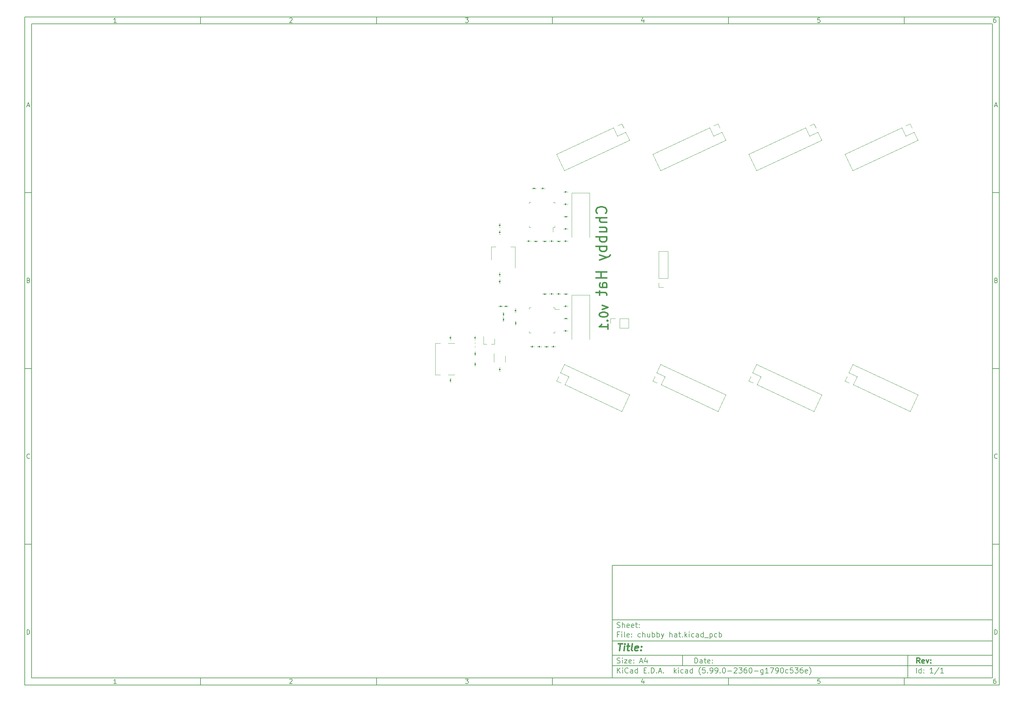
<source format=gbr>
%TF.GenerationSoftware,KiCad,Pcbnew,(5.99.0-2360-g1790c536e)*%
%TF.CreationDate,2020-08-29T16:27:01+02:00*%
%TF.ProjectId,chubby hat,63687562-6279-4206-9861-742e6b696361,rev?*%
%TF.SameCoordinates,Original*%
%TF.FileFunction,Legend,Bot*%
%TF.FilePolarity,Positive*%
%FSLAX46Y46*%
G04 Gerber Fmt 4.6, Leading zero omitted, Abs format (unit mm)*
G04 Created by KiCad (PCBNEW (5.99.0-2360-g1790c536e)) date 2020-08-29 16:27:01*
%MOMM*%
%LPD*%
G01*
G04 APERTURE LIST*
%ADD10C,0.000000*%
%ADD11C,0.150000*%
%ADD12C,0.300000*%
%ADD13C,0.400000*%
%ADD14C,0.450000*%
%ADD15C,0.500000*%
%ADD16C,0.120000*%
%ADD17C,0.100000*%
G04 APERTURE END LIST*
D10*
D11*
X177002200Y-166007200D02*
X177002200Y-198007200D01*
X285002200Y-198007200D01*
X285002200Y-166007200D01*
X177002200Y-166007200D01*
D10*
D11*
X10000000Y-10000000D02*
X10000000Y-200007200D01*
X287002200Y-200007200D01*
X287002200Y-10000000D01*
X10000000Y-10000000D01*
D10*
D11*
X12000000Y-12000000D02*
X12000000Y-198007200D01*
X285002200Y-198007200D01*
X285002200Y-12000000D01*
X12000000Y-12000000D01*
D10*
D11*
X60000000Y-12000000D02*
X60000000Y-10000000D01*
D10*
D11*
X110000000Y-12000000D02*
X110000000Y-10000000D01*
D10*
D11*
X160000000Y-12000000D02*
X160000000Y-10000000D01*
D10*
D11*
X210000000Y-12000000D02*
X210000000Y-10000000D01*
D10*
D11*
X260000000Y-12000000D02*
X260000000Y-10000000D01*
D10*
D11*
X36065476Y-11588095D02*
X35322619Y-11588095D01*
X35694047Y-11588095D02*
X35694047Y-10288095D01*
X35570238Y-10473809D01*
X35446428Y-10597619D01*
X35322619Y-10659523D01*
D10*
D11*
X85322619Y-10411904D02*
X85384523Y-10350000D01*
X85508333Y-10288095D01*
X85817857Y-10288095D01*
X85941666Y-10350000D01*
X86003571Y-10411904D01*
X86065476Y-10535714D01*
X86065476Y-10659523D01*
X86003571Y-10845238D01*
X85260714Y-11588095D01*
X86065476Y-11588095D01*
D10*
D11*
X135260714Y-10288095D02*
X136065476Y-10288095D01*
X135632142Y-10783333D01*
X135817857Y-10783333D01*
X135941666Y-10845238D01*
X136003571Y-10907142D01*
X136065476Y-11030952D01*
X136065476Y-11340476D01*
X136003571Y-11464285D01*
X135941666Y-11526190D01*
X135817857Y-11588095D01*
X135446428Y-11588095D01*
X135322619Y-11526190D01*
X135260714Y-11464285D01*
D10*
D11*
X185941666Y-10721428D02*
X185941666Y-11588095D01*
X185632142Y-10226190D02*
X185322619Y-11154761D01*
X186127380Y-11154761D01*
D10*
D11*
X236003571Y-10288095D02*
X235384523Y-10288095D01*
X235322619Y-10907142D01*
X235384523Y-10845238D01*
X235508333Y-10783333D01*
X235817857Y-10783333D01*
X235941666Y-10845238D01*
X236003571Y-10907142D01*
X236065476Y-11030952D01*
X236065476Y-11340476D01*
X236003571Y-11464285D01*
X235941666Y-11526190D01*
X235817857Y-11588095D01*
X235508333Y-11588095D01*
X235384523Y-11526190D01*
X235322619Y-11464285D01*
D10*
D11*
X285941666Y-10288095D02*
X285694047Y-10288095D01*
X285570238Y-10350000D01*
X285508333Y-10411904D01*
X285384523Y-10597619D01*
X285322619Y-10845238D01*
X285322619Y-11340476D01*
X285384523Y-11464285D01*
X285446428Y-11526190D01*
X285570238Y-11588095D01*
X285817857Y-11588095D01*
X285941666Y-11526190D01*
X286003571Y-11464285D01*
X286065476Y-11340476D01*
X286065476Y-11030952D01*
X286003571Y-10907142D01*
X285941666Y-10845238D01*
X285817857Y-10783333D01*
X285570238Y-10783333D01*
X285446428Y-10845238D01*
X285384523Y-10907142D01*
X285322619Y-11030952D01*
D10*
D11*
X60000000Y-198007200D02*
X60000000Y-200007200D01*
D10*
D11*
X110000000Y-198007200D02*
X110000000Y-200007200D01*
D10*
D11*
X160000000Y-198007200D02*
X160000000Y-200007200D01*
D10*
D11*
X210000000Y-198007200D02*
X210000000Y-200007200D01*
D10*
D11*
X260000000Y-198007200D02*
X260000000Y-200007200D01*
D10*
D11*
X36065476Y-199595295D02*
X35322619Y-199595295D01*
X35694047Y-199595295D02*
X35694047Y-198295295D01*
X35570238Y-198481009D01*
X35446428Y-198604819D01*
X35322619Y-198666723D01*
D10*
D11*
X85322619Y-198419104D02*
X85384523Y-198357200D01*
X85508333Y-198295295D01*
X85817857Y-198295295D01*
X85941666Y-198357200D01*
X86003571Y-198419104D01*
X86065476Y-198542914D01*
X86065476Y-198666723D01*
X86003571Y-198852438D01*
X85260714Y-199595295D01*
X86065476Y-199595295D01*
D10*
D11*
X135260714Y-198295295D02*
X136065476Y-198295295D01*
X135632142Y-198790533D01*
X135817857Y-198790533D01*
X135941666Y-198852438D01*
X136003571Y-198914342D01*
X136065476Y-199038152D01*
X136065476Y-199347676D01*
X136003571Y-199471485D01*
X135941666Y-199533390D01*
X135817857Y-199595295D01*
X135446428Y-199595295D01*
X135322619Y-199533390D01*
X135260714Y-199471485D01*
D10*
D11*
X185941666Y-198728628D02*
X185941666Y-199595295D01*
X185632142Y-198233390D02*
X185322619Y-199161961D01*
X186127380Y-199161961D01*
D10*
D11*
X236003571Y-198295295D02*
X235384523Y-198295295D01*
X235322619Y-198914342D01*
X235384523Y-198852438D01*
X235508333Y-198790533D01*
X235817857Y-198790533D01*
X235941666Y-198852438D01*
X236003571Y-198914342D01*
X236065476Y-199038152D01*
X236065476Y-199347676D01*
X236003571Y-199471485D01*
X235941666Y-199533390D01*
X235817857Y-199595295D01*
X235508333Y-199595295D01*
X235384523Y-199533390D01*
X235322619Y-199471485D01*
D10*
D11*
X285941666Y-198295295D02*
X285694047Y-198295295D01*
X285570238Y-198357200D01*
X285508333Y-198419104D01*
X285384523Y-198604819D01*
X285322619Y-198852438D01*
X285322619Y-199347676D01*
X285384523Y-199471485D01*
X285446428Y-199533390D01*
X285570238Y-199595295D01*
X285817857Y-199595295D01*
X285941666Y-199533390D01*
X286003571Y-199471485D01*
X286065476Y-199347676D01*
X286065476Y-199038152D01*
X286003571Y-198914342D01*
X285941666Y-198852438D01*
X285817857Y-198790533D01*
X285570238Y-198790533D01*
X285446428Y-198852438D01*
X285384523Y-198914342D01*
X285322619Y-199038152D01*
D10*
D11*
X10000000Y-60000000D02*
X12000000Y-60000000D01*
D10*
D11*
X10000000Y-110000000D02*
X12000000Y-110000000D01*
D10*
D11*
X10000000Y-160000000D02*
X12000000Y-160000000D01*
D10*
D11*
X10690476Y-35216666D02*
X11309523Y-35216666D01*
X10566666Y-35588095D02*
X11000000Y-34288095D01*
X11433333Y-35588095D01*
D10*
D11*
X11092857Y-84907142D02*
X11278571Y-84969047D01*
X11340476Y-85030952D01*
X11402380Y-85154761D01*
X11402380Y-85340476D01*
X11340476Y-85464285D01*
X11278571Y-85526190D01*
X11154761Y-85588095D01*
X10659523Y-85588095D01*
X10659523Y-84288095D01*
X11092857Y-84288095D01*
X11216666Y-84350000D01*
X11278571Y-84411904D01*
X11340476Y-84535714D01*
X11340476Y-84659523D01*
X11278571Y-84783333D01*
X11216666Y-84845238D01*
X11092857Y-84907142D01*
X10659523Y-84907142D01*
D10*
D11*
X11402380Y-135464285D02*
X11340476Y-135526190D01*
X11154761Y-135588095D01*
X11030952Y-135588095D01*
X10845238Y-135526190D01*
X10721428Y-135402380D01*
X10659523Y-135278571D01*
X10597619Y-135030952D01*
X10597619Y-134845238D01*
X10659523Y-134597619D01*
X10721428Y-134473809D01*
X10845238Y-134350000D01*
X11030952Y-134288095D01*
X11154761Y-134288095D01*
X11340476Y-134350000D01*
X11402380Y-134411904D01*
D10*
D11*
X10659523Y-185588095D02*
X10659523Y-184288095D01*
X10969047Y-184288095D01*
X11154761Y-184350000D01*
X11278571Y-184473809D01*
X11340476Y-184597619D01*
X11402380Y-184845238D01*
X11402380Y-185030952D01*
X11340476Y-185278571D01*
X11278571Y-185402380D01*
X11154761Y-185526190D01*
X10969047Y-185588095D01*
X10659523Y-185588095D01*
D10*
D11*
X287002200Y-60000000D02*
X285002200Y-60000000D01*
D10*
D11*
X287002200Y-110000000D02*
X285002200Y-110000000D01*
D10*
D11*
X287002200Y-160000000D02*
X285002200Y-160000000D01*
D10*
D11*
X285692676Y-35216666D02*
X286311723Y-35216666D01*
X285568866Y-35588095D02*
X286002200Y-34288095D01*
X286435533Y-35588095D01*
D10*
D11*
X286095057Y-84907142D02*
X286280771Y-84969047D01*
X286342676Y-85030952D01*
X286404580Y-85154761D01*
X286404580Y-85340476D01*
X286342676Y-85464285D01*
X286280771Y-85526190D01*
X286156961Y-85588095D01*
X285661723Y-85588095D01*
X285661723Y-84288095D01*
X286095057Y-84288095D01*
X286218866Y-84350000D01*
X286280771Y-84411904D01*
X286342676Y-84535714D01*
X286342676Y-84659523D01*
X286280771Y-84783333D01*
X286218866Y-84845238D01*
X286095057Y-84907142D01*
X285661723Y-84907142D01*
D10*
D11*
X286404580Y-135464285D02*
X286342676Y-135526190D01*
X286156961Y-135588095D01*
X286033152Y-135588095D01*
X285847438Y-135526190D01*
X285723628Y-135402380D01*
X285661723Y-135278571D01*
X285599819Y-135030952D01*
X285599819Y-134845238D01*
X285661723Y-134597619D01*
X285723628Y-134473809D01*
X285847438Y-134350000D01*
X286033152Y-134288095D01*
X286156961Y-134288095D01*
X286342676Y-134350000D01*
X286404580Y-134411904D01*
D10*
D11*
X285661723Y-185588095D02*
X285661723Y-184288095D01*
X285971247Y-184288095D01*
X286156961Y-184350000D01*
X286280771Y-184473809D01*
X286342676Y-184597619D01*
X286404580Y-184845238D01*
X286404580Y-185030952D01*
X286342676Y-185278571D01*
X286280771Y-185402380D01*
X286156961Y-185526190D01*
X285971247Y-185588095D01*
X285661723Y-185588095D01*
D10*
D11*
X200434342Y-193785771D02*
X200434342Y-192285771D01*
X200791485Y-192285771D01*
X201005771Y-192357200D01*
X201148628Y-192500057D01*
X201220057Y-192642914D01*
X201291485Y-192928628D01*
X201291485Y-193142914D01*
X201220057Y-193428628D01*
X201148628Y-193571485D01*
X201005771Y-193714342D01*
X200791485Y-193785771D01*
X200434342Y-193785771D01*
X202577200Y-193785771D02*
X202577200Y-193000057D01*
X202505771Y-192857200D01*
X202362914Y-192785771D01*
X202077200Y-192785771D01*
X201934342Y-192857200D01*
X202577200Y-193714342D02*
X202434342Y-193785771D01*
X202077200Y-193785771D01*
X201934342Y-193714342D01*
X201862914Y-193571485D01*
X201862914Y-193428628D01*
X201934342Y-193285771D01*
X202077200Y-193214342D01*
X202434342Y-193214342D01*
X202577200Y-193142914D01*
X203077200Y-192785771D02*
X203648628Y-192785771D01*
X203291485Y-192285771D02*
X203291485Y-193571485D01*
X203362914Y-193714342D01*
X203505771Y-193785771D01*
X203648628Y-193785771D01*
X204720057Y-193714342D02*
X204577200Y-193785771D01*
X204291485Y-193785771D01*
X204148628Y-193714342D01*
X204077200Y-193571485D01*
X204077200Y-193000057D01*
X204148628Y-192857200D01*
X204291485Y-192785771D01*
X204577200Y-192785771D01*
X204720057Y-192857200D01*
X204791485Y-193000057D01*
X204791485Y-193142914D01*
X204077200Y-193285771D01*
X205434342Y-193642914D02*
X205505771Y-193714342D01*
X205434342Y-193785771D01*
X205362914Y-193714342D01*
X205434342Y-193642914D01*
X205434342Y-193785771D01*
X205434342Y-192857200D02*
X205505771Y-192928628D01*
X205434342Y-193000057D01*
X205362914Y-192928628D01*
X205434342Y-192857200D01*
X205434342Y-193000057D01*
D10*
D11*
X177002200Y-194507200D02*
X285002200Y-194507200D01*
D10*
D11*
X178434342Y-196585771D02*
X178434342Y-195085771D01*
X179291485Y-196585771D02*
X178648628Y-195728628D01*
X179291485Y-195085771D02*
X178434342Y-195942914D01*
X179934342Y-196585771D02*
X179934342Y-195585771D01*
X179934342Y-195085771D02*
X179862914Y-195157200D01*
X179934342Y-195228628D01*
X180005771Y-195157200D01*
X179934342Y-195085771D01*
X179934342Y-195228628D01*
X181505771Y-196442914D02*
X181434342Y-196514342D01*
X181220057Y-196585771D01*
X181077200Y-196585771D01*
X180862914Y-196514342D01*
X180720057Y-196371485D01*
X180648628Y-196228628D01*
X180577200Y-195942914D01*
X180577200Y-195728628D01*
X180648628Y-195442914D01*
X180720057Y-195300057D01*
X180862914Y-195157200D01*
X181077200Y-195085771D01*
X181220057Y-195085771D01*
X181434342Y-195157200D01*
X181505771Y-195228628D01*
X182791485Y-196585771D02*
X182791485Y-195800057D01*
X182720057Y-195657200D01*
X182577200Y-195585771D01*
X182291485Y-195585771D01*
X182148628Y-195657200D01*
X182791485Y-196514342D02*
X182648628Y-196585771D01*
X182291485Y-196585771D01*
X182148628Y-196514342D01*
X182077200Y-196371485D01*
X182077200Y-196228628D01*
X182148628Y-196085771D01*
X182291485Y-196014342D01*
X182648628Y-196014342D01*
X182791485Y-195942914D01*
X184148628Y-196585771D02*
X184148628Y-195085771D01*
X184148628Y-196514342D02*
X184005771Y-196585771D01*
X183720057Y-196585771D01*
X183577200Y-196514342D01*
X183505771Y-196442914D01*
X183434342Y-196300057D01*
X183434342Y-195871485D01*
X183505771Y-195728628D01*
X183577200Y-195657200D01*
X183720057Y-195585771D01*
X184005771Y-195585771D01*
X184148628Y-195657200D01*
X186005771Y-195800057D02*
X186505771Y-195800057D01*
X186720057Y-196585771D02*
X186005771Y-196585771D01*
X186005771Y-195085771D01*
X186720057Y-195085771D01*
X187362914Y-196442914D02*
X187434342Y-196514342D01*
X187362914Y-196585771D01*
X187291485Y-196514342D01*
X187362914Y-196442914D01*
X187362914Y-196585771D01*
X188077200Y-196585771D02*
X188077200Y-195085771D01*
X188434342Y-195085771D01*
X188648628Y-195157200D01*
X188791485Y-195300057D01*
X188862914Y-195442914D01*
X188934342Y-195728628D01*
X188934342Y-195942914D01*
X188862914Y-196228628D01*
X188791485Y-196371485D01*
X188648628Y-196514342D01*
X188434342Y-196585771D01*
X188077200Y-196585771D01*
X189577200Y-196442914D02*
X189648628Y-196514342D01*
X189577200Y-196585771D01*
X189505771Y-196514342D01*
X189577200Y-196442914D01*
X189577200Y-196585771D01*
X190220057Y-196157200D02*
X190934342Y-196157200D01*
X190077200Y-196585771D02*
X190577200Y-195085771D01*
X191077200Y-196585771D01*
X191577200Y-196442914D02*
X191648628Y-196514342D01*
X191577200Y-196585771D01*
X191505771Y-196514342D01*
X191577200Y-196442914D01*
X191577200Y-196585771D01*
X194577200Y-196585771D02*
X194577200Y-195085771D01*
X194720057Y-196014342D02*
X195148628Y-196585771D01*
X195148628Y-195585771D02*
X194577200Y-196157200D01*
X195791485Y-196585771D02*
X195791485Y-195585771D01*
X195791485Y-195085771D02*
X195720057Y-195157200D01*
X195791485Y-195228628D01*
X195862914Y-195157200D01*
X195791485Y-195085771D01*
X195791485Y-195228628D01*
X197148628Y-196514342D02*
X197005771Y-196585771D01*
X196720057Y-196585771D01*
X196577200Y-196514342D01*
X196505771Y-196442914D01*
X196434342Y-196300057D01*
X196434342Y-195871485D01*
X196505771Y-195728628D01*
X196577200Y-195657200D01*
X196720057Y-195585771D01*
X197005771Y-195585771D01*
X197148628Y-195657200D01*
X198434342Y-196585771D02*
X198434342Y-195800057D01*
X198362914Y-195657200D01*
X198220057Y-195585771D01*
X197934342Y-195585771D01*
X197791485Y-195657200D01*
X198434342Y-196514342D02*
X198291485Y-196585771D01*
X197934342Y-196585771D01*
X197791485Y-196514342D01*
X197720057Y-196371485D01*
X197720057Y-196228628D01*
X197791485Y-196085771D01*
X197934342Y-196014342D01*
X198291485Y-196014342D01*
X198434342Y-195942914D01*
X199791485Y-196585771D02*
X199791485Y-195085771D01*
X199791485Y-196514342D02*
X199648628Y-196585771D01*
X199362914Y-196585771D01*
X199220057Y-196514342D01*
X199148628Y-196442914D01*
X199077200Y-196300057D01*
X199077200Y-195871485D01*
X199148628Y-195728628D01*
X199220057Y-195657200D01*
X199362914Y-195585771D01*
X199648628Y-195585771D01*
X199791485Y-195657200D01*
X202077200Y-197157200D02*
X202005771Y-197085771D01*
X201862914Y-196871485D01*
X201791485Y-196728628D01*
X201720057Y-196514342D01*
X201648628Y-196157200D01*
X201648628Y-195871485D01*
X201720057Y-195514342D01*
X201791485Y-195300057D01*
X201862914Y-195157200D01*
X202005771Y-194942914D01*
X202077200Y-194871485D01*
X203362914Y-195085771D02*
X202648628Y-195085771D01*
X202577200Y-195800057D01*
X202648628Y-195728628D01*
X202791485Y-195657200D01*
X203148628Y-195657200D01*
X203291485Y-195728628D01*
X203362914Y-195800057D01*
X203434342Y-195942914D01*
X203434342Y-196300057D01*
X203362914Y-196442914D01*
X203291485Y-196514342D01*
X203148628Y-196585771D01*
X202791485Y-196585771D01*
X202648628Y-196514342D01*
X202577200Y-196442914D01*
X204077200Y-196442914D02*
X204148628Y-196514342D01*
X204077200Y-196585771D01*
X204005771Y-196514342D01*
X204077200Y-196442914D01*
X204077200Y-196585771D01*
X204862914Y-196585771D02*
X205148628Y-196585771D01*
X205291485Y-196514342D01*
X205362914Y-196442914D01*
X205505771Y-196228628D01*
X205577200Y-195942914D01*
X205577200Y-195371485D01*
X205505771Y-195228628D01*
X205434342Y-195157200D01*
X205291485Y-195085771D01*
X205005771Y-195085771D01*
X204862914Y-195157200D01*
X204791485Y-195228628D01*
X204720057Y-195371485D01*
X204720057Y-195728628D01*
X204791485Y-195871485D01*
X204862914Y-195942914D01*
X205005771Y-196014342D01*
X205291485Y-196014342D01*
X205434342Y-195942914D01*
X205505771Y-195871485D01*
X205577200Y-195728628D01*
X206291485Y-196585771D02*
X206577200Y-196585771D01*
X206720057Y-196514342D01*
X206791485Y-196442914D01*
X206934342Y-196228628D01*
X207005771Y-195942914D01*
X207005771Y-195371485D01*
X206934342Y-195228628D01*
X206862914Y-195157200D01*
X206720057Y-195085771D01*
X206434342Y-195085771D01*
X206291485Y-195157200D01*
X206220057Y-195228628D01*
X206148628Y-195371485D01*
X206148628Y-195728628D01*
X206220057Y-195871485D01*
X206291485Y-195942914D01*
X206434342Y-196014342D01*
X206720057Y-196014342D01*
X206862914Y-195942914D01*
X206934342Y-195871485D01*
X207005771Y-195728628D01*
X207648628Y-196442914D02*
X207720057Y-196514342D01*
X207648628Y-196585771D01*
X207577200Y-196514342D01*
X207648628Y-196442914D01*
X207648628Y-196585771D01*
X208648628Y-195085771D02*
X208791485Y-195085771D01*
X208934342Y-195157200D01*
X209005771Y-195228628D01*
X209077200Y-195371485D01*
X209148628Y-195657200D01*
X209148628Y-196014342D01*
X209077200Y-196300057D01*
X209005771Y-196442914D01*
X208934342Y-196514342D01*
X208791485Y-196585771D01*
X208648628Y-196585771D01*
X208505771Y-196514342D01*
X208434342Y-196442914D01*
X208362914Y-196300057D01*
X208291485Y-196014342D01*
X208291485Y-195657200D01*
X208362914Y-195371485D01*
X208434342Y-195228628D01*
X208505771Y-195157200D01*
X208648628Y-195085771D01*
X209791485Y-196014342D02*
X210934342Y-196014342D01*
X211577200Y-195228628D02*
X211648628Y-195157200D01*
X211791485Y-195085771D01*
X212148628Y-195085771D01*
X212291485Y-195157200D01*
X212362914Y-195228628D01*
X212434342Y-195371485D01*
X212434342Y-195514342D01*
X212362914Y-195728628D01*
X211505771Y-196585771D01*
X212434342Y-196585771D01*
X212934342Y-195085771D02*
X213862914Y-195085771D01*
X213362914Y-195657200D01*
X213577200Y-195657200D01*
X213720057Y-195728628D01*
X213791485Y-195800057D01*
X213862914Y-195942914D01*
X213862914Y-196300057D01*
X213791485Y-196442914D01*
X213720057Y-196514342D01*
X213577200Y-196585771D01*
X213148628Y-196585771D01*
X213005771Y-196514342D01*
X212934342Y-196442914D01*
X215148628Y-195085771D02*
X214862914Y-195085771D01*
X214720057Y-195157200D01*
X214648628Y-195228628D01*
X214505771Y-195442914D01*
X214434342Y-195728628D01*
X214434342Y-196300057D01*
X214505771Y-196442914D01*
X214577200Y-196514342D01*
X214720057Y-196585771D01*
X215005771Y-196585771D01*
X215148628Y-196514342D01*
X215220057Y-196442914D01*
X215291485Y-196300057D01*
X215291485Y-195942914D01*
X215220057Y-195800057D01*
X215148628Y-195728628D01*
X215005771Y-195657200D01*
X214720057Y-195657200D01*
X214577200Y-195728628D01*
X214505771Y-195800057D01*
X214434342Y-195942914D01*
X216220057Y-195085771D02*
X216362914Y-195085771D01*
X216505771Y-195157200D01*
X216577200Y-195228628D01*
X216648628Y-195371485D01*
X216720057Y-195657200D01*
X216720057Y-196014342D01*
X216648628Y-196300057D01*
X216577200Y-196442914D01*
X216505771Y-196514342D01*
X216362914Y-196585771D01*
X216220057Y-196585771D01*
X216077200Y-196514342D01*
X216005771Y-196442914D01*
X215934342Y-196300057D01*
X215862914Y-196014342D01*
X215862914Y-195657200D01*
X215934342Y-195371485D01*
X216005771Y-195228628D01*
X216077200Y-195157200D01*
X216220057Y-195085771D01*
X217362914Y-196014342D02*
X218505771Y-196014342D01*
X219862914Y-195585771D02*
X219862914Y-196800057D01*
X219791485Y-196942914D01*
X219720057Y-197014342D01*
X219577200Y-197085771D01*
X219362914Y-197085771D01*
X219220057Y-197014342D01*
X219862914Y-196514342D02*
X219720057Y-196585771D01*
X219434342Y-196585771D01*
X219291485Y-196514342D01*
X219220057Y-196442914D01*
X219148628Y-196300057D01*
X219148628Y-195871485D01*
X219220057Y-195728628D01*
X219291485Y-195657200D01*
X219434342Y-195585771D01*
X219720057Y-195585771D01*
X219862914Y-195657200D01*
X221362914Y-196585771D02*
X220505771Y-196585771D01*
X220934342Y-196585771D02*
X220934342Y-195085771D01*
X220791485Y-195300057D01*
X220648628Y-195442914D01*
X220505771Y-195514342D01*
X221862914Y-195085771D02*
X222862914Y-195085771D01*
X222220057Y-196585771D01*
X223505771Y-196585771D02*
X223791485Y-196585771D01*
X223934342Y-196514342D01*
X224005771Y-196442914D01*
X224148628Y-196228628D01*
X224220057Y-195942914D01*
X224220057Y-195371485D01*
X224148628Y-195228628D01*
X224077200Y-195157200D01*
X223934342Y-195085771D01*
X223648628Y-195085771D01*
X223505771Y-195157200D01*
X223434342Y-195228628D01*
X223362914Y-195371485D01*
X223362914Y-195728628D01*
X223434342Y-195871485D01*
X223505771Y-195942914D01*
X223648628Y-196014342D01*
X223934342Y-196014342D01*
X224077200Y-195942914D01*
X224148628Y-195871485D01*
X224220057Y-195728628D01*
X225148628Y-195085771D02*
X225291485Y-195085771D01*
X225434342Y-195157200D01*
X225505771Y-195228628D01*
X225577200Y-195371485D01*
X225648628Y-195657200D01*
X225648628Y-196014342D01*
X225577200Y-196300057D01*
X225505771Y-196442914D01*
X225434342Y-196514342D01*
X225291485Y-196585771D01*
X225148628Y-196585771D01*
X225005771Y-196514342D01*
X224934342Y-196442914D01*
X224862914Y-196300057D01*
X224791485Y-196014342D01*
X224791485Y-195657200D01*
X224862914Y-195371485D01*
X224934342Y-195228628D01*
X225005771Y-195157200D01*
X225148628Y-195085771D01*
X226934342Y-196514342D02*
X226791485Y-196585771D01*
X226505771Y-196585771D01*
X226362914Y-196514342D01*
X226291485Y-196442914D01*
X226220057Y-196300057D01*
X226220057Y-195871485D01*
X226291485Y-195728628D01*
X226362914Y-195657200D01*
X226505771Y-195585771D01*
X226791485Y-195585771D01*
X226934342Y-195657200D01*
X228291485Y-195085771D02*
X227577199Y-195085771D01*
X227505771Y-195800057D01*
X227577199Y-195728628D01*
X227720057Y-195657200D01*
X228077199Y-195657200D01*
X228220057Y-195728628D01*
X228291485Y-195800057D01*
X228362914Y-195942914D01*
X228362914Y-196300057D01*
X228291485Y-196442914D01*
X228220057Y-196514342D01*
X228077199Y-196585771D01*
X227720057Y-196585771D01*
X227577199Y-196514342D01*
X227505771Y-196442914D01*
X228862914Y-195085771D02*
X229791485Y-195085771D01*
X229291485Y-195657200D01*
X229505771Y-195657200D01*
X229648628Y-195728628D01*
X229720057Y-195800057D01*
X229791485Y-195942914D01*
X229791485Y-196300057D01*
X229720057Y-196442914D01*
X229648628Y-196514342D01*
X229505771Y-196585771D01*
X229077199Y-196585771D01*
X228934342Y-196514342D01*
X228862914Y-196442914D01*
X231077199Y-195085771D02*
X230791485Y-195085771D01*
X230648628Y-195157200D01*
X230577199Y-195228628D01*
X230434342Y-195442914D01*
X230362914Y-195728628D01*
X230362914Y-196300057D01*
X230434342Y-196442914D01*
X230505771Y-196514342D01*
X230648628Y-196585771D01*
X230934342Y-196585771D01*
X231077199Y-196514342D01*
X231148628Y-196442914D01*
X231220057Y-196300057D01*
X231220057Y-195942914D01*
X231148628Y-195800057D01*
X231077199Y-195728628D01*
X230934342Y-195657200D01*
X230648628Y-195657200D01*
X230505771Y-195728628D01*
X230434342Y-195800057D01*
X230362914Y-195942914D01*
X232434342Y-196514342D02*
X232291485Y-196585771D01*
X232005771Y-196585771D01*
X231862914Y-196514342D01*
X231791485Y-196371485D01*
X231791485Y-195800057D01*
X231862914Y-195657200D01*
X232005771Y-195585771D01*
X232291485Y-195585771D01*
X232434342Y-195657200D01*
X232505771Y-195800057D01*
X232505771Y-195942914D01*
X231791485Y-196085771D01*
X233005771Y-197157200D02*
X233077199Y-197085771D01*
X233220057Y-196871485D01*
X233291485Y-196728628D01*
X233362914Y-196514342D01*
X233434342Y-196157200D01*
X233434342Y-195871485D01*
X233362914Y-195514342D01*
X233291485Y-195300057D01*
X233220057Y-195157200D01*
X233077199Y-194942914D01*
X233005771Y-194871485D01*
D10*
D11*
X177002200Y-191507200D02*
X285002200Y-191507200D01*
D10*
D12*
X264411485Y-193785771D02*
X263911485Y-193071485D01*
X263554342Y-193785771D02*
X263554342Y-192285771D01*
X264125771Y-192285771D01*
X264268628Y-192357200D01*
X264340057Y-192428628D01*
X264411485Y-192571485D01*
X264411485Y-192785771D01*
X264340057Y-192928628D01*
X264268628Y-193000057D01*
X264125771Y-193071485D01*
X263554342Y-193071485D01*
X265625771Y-193714342D02*
X265482914Y-193785771D01*
X265197200Y-193785771D01*
X265054342Y-193714342D01*
X264982914Y-193571485D01*
X264982914Y-193000057D01*
X265054342Y-192857200D01*
X265197200Y-192785771D01*
X265482914Y-192785771D01*
X265625771Y-192857200D01*
X265697200Y-193000057D01*
X265697200Y-193142914D01*
X264982914Y-193285771D01*
X266197200Y-192785771D02*
X266554342Y-193785771D01*
X266911485Y-192785771D01*
X267482914Y-193642914D02*
X267554342Y-193714342D01*
X267482914Y-193785771D01*
X267411485Y-193714342D01*
X267482914Y-193642914D01*
X267482914Y-193785771D01*
X267482914Y-192857200D02*
X267554342Y-192928628D01*
X267482914Y-193000057D01*
X267411485Y-192928628D01*
X267482914Y-192857200D01*
X267482914Y-193000057D01*
D10*
D11*
X178362914Y-193714342D02*
X178577200Y-193785771D01*
X178934342Y-193785771D01*
X179077200Y-193714342D01*
X179148628Y-193642914D01*
X179220057Y-193500057D01*
X179220057Y-193357200D01*
X179148628Y-193214342D01*
X179077200Y-193142914D01*
X178934342Y-193071485D01*
X178648628Y-193000057D01*
X178505771Y-192928628D01*
X178434342Y-192857200D01*
X178362914Y-192714342D01*
X178362914Y-192571485D01*
X178434342Y-192428628D01*
X178505771Y-192357200D01*
X178648628Y-192285771D01*
X179005771Y-192285771D01*
X179220057Y-192357200D01*
X179862914Y-193785771D02*
X179862914Y-192785771D01*
X179862914Y-192285771D02*
X179791485Y-192357200D01*
X179862914Y-192428628D01*
X179934342Y-192357200D01*
X179862914Y-192285771D01*
X179862914Y-192428628D01*
X180434342Y-192785771D02*
X181220057Y-192785771D01*
X180434342Y-193785771D01*
X181220057Y-193785771D01*
X182362914Y-193714342D02*
X182220057Y-193785771D01*
X181934342Y-193785771D01*
X181791485Y-193714342D01*
X181720057Y-193571485D01*
X181720057Y-193000057D01*
X181791485Y-192857200D01*
X181934342Y-192785771D01*
X182220057Y-192785771D01*
X182362914Y-192857200D01*
X182434342Y-193000057D01*
X182434342Y-193142914D01*
X181720057Y-193285771D01*
X183077200Y-193642914D02*
X183148628Y-193714342D01*
X183077200Y-193785771D01*
X183005771Y-193714342D01*
X183077200Y-193642914D01*
X183077200Y-193785771D01*
X183077200Y-192857200D02*
X183148628Y-192928628D01*
X183077200Y-193000057D01*
X183005771Y-192928628D01*
X183077200Y-192857200D01*
X183077200Y-193000057D01*
X184862914Y-193357200D02*
X185577200Y-193357200D01*
X184720057Y-193785771D02*
X185220057Y-192285771D01*
X185720057Y-193785771D01*
X186862914Y-192785771D02*
X186862914Y-193785771D01*
X186505771Y-192214342D02*
X186148628Y-193285771D01*
X187077200Y-193285771D01*
D10*
D11*
X263434342Y-196585771D02*
X263434342Y-195085771D01*
X264791485Y-196585771D02*
X264791485Y-195085771D01*
X264791485Y-196514342D02*
X264648628Y-196585771D01*
X264362914Y-196585771D01*
X264220057Y-196514342D01*
X264148628Y-196442914D01*
X264077200Y-196300057D01*
X264077200Y-195871485D01*
X264148628Y-195728628D01*
X264220057Y-195657200D01*
X264362914Y-195585771D01*
X264648628Y-195585771D01*
X264791485Y-195657200D01*
X265505771Y-196442914D02*
X265577200Y-196514342D01*
X265505771Y-196585771D01*
X265434342Y-196514342D01*
X265505771Y-196442914D01*
X265505771Y-196585771D01*
X265505771Y-195657200D02*
X265577200Y-195728628D01*
X265505771Y-195800057D01*
X265434342Y-195728628D01*
X265505771Y-195657200D01*
X265505771Y-195800057D01*
X268148628Y-196585771D02*
X267291485Y-196585771D01*
X267720057Y-196585771D02*
X267720057Y-195085771D01*
X267577200Y-195300057D01*
X267434342Y-195442914D01*
X267291485Y-195514342D01*
X269862914Y-195014342D02*
X268577200Y-196942914D01*
X271148628Y-196585771D02*
X270291485Y-196585771D01*
X270720057Y-196585771D02*
X270720057Y-195085771D01*
X270577200Y-195300057D01*
X270434342Y-195442914D01*
X270291485Y-195514342D01*
D10*
D11*
X177002200Y-187507200D02*
X285002200Y-187507200D01*
D10*
D13*
X178714580Y-188211961D02*
X179857438Y-188211961D01*
X179036009Y-190211961D02*
X179286009Y-188211961D01*
X180274104Y-190211961D02*
X180440771Y-188878628D01*
X180524104Y-188211961D02*
X180416961Y-188307200D01*
X180500295Y-188402438D01*
X180607438Y-188307200D01*
X180524104Y-188211961D01*
X180500295Y-188402438D01*
X181107438Y-188878628D02*
X181869342Y-188878628D01*
X181476485Y-188211961D02*
X181262200Y-189926247D01*
X181333628Y-190116723D01*
X181512200Y-190211961D01*
X181702676Y-190211961D01*
X182655057Y-190211961D02*
X182476485Y-190116723D01*
X182405057Y-189926247D01*
X182619342Y-188211961D01*
X184190771Y-190116723D02*
X183988390Y-190211961D01*
X183607438Y-190211961D01*
X183428866Y-190116723D01*
X183357438Y-189926247D01*
X183452676Y-189164342D01*
X183571723Y-188973866D01*
X183774104Y-188878628D01*
X184155057Y-188878628D01*
X184333628Y-188973866D01*
X184405057Y-189164342D01*
X184381247Y-189354819D01*
X183405057Y-189545295D01*
X185155057Y-190021485D02*
X185238390Y-190116723D01*
X185131247Y-190211961D01*
X185047914Y-190116723D01*
X185155057Y-190021485D01*
X185131247Y-190211961D01*
X185286009Y-188973866D02*
X185369342Y-189069104D01*
X185262200Y-189164342D01*
X185178866Y-189069104D01*
X185286009Y-188973866D01*
X185262200Y-189164342D01*
D10*
D11*
X178934342Y-185600057D02*
X178434342Y-185600057D01*
X178434342Y-186385771D02*
X178434342Y-184885771D01*
X179148628Y-184885771D01*
X179720057Y-186385771D02*
X179720057Y-185385771D01*
X179720057Y-184885771D02*
X179648628Y-184957200D01*
X179720057Y-185028628D01*
X179791485Y-184957200D01*
X179720057Y-184885771D01*
X179720057Y-185028628D01*
X180648628Y-186385771D02*
X180505771Y-186314342D01*
X180434342Y-186171485D01*
X180434342Y-184885771D01*
X181791485Y-186314342D02*
X181648628Y-186385771D01*
X181362914Y-186385771D01*
X181220057Y-186314342D01*
X181148628Y-186171485D01*
X181148628Y-185600057D01*
X181220057Y-185457200D01*
X181362914Y-185385771D01*
X181648628Y-185385771D01*
X181791485Y-185457200D01*
X181862914Y-185600057D01*
X181862914Y-185742914D01*
X181148628Y-185885771D01*
X182505771Y-186242914D02*
X182577200Y-186314342D01*
X182505771Y-186385771D01*
X182434342Y-186314342D01*
X182505771Y-186242914D01*
X182505771Y-186385771D01*
X182505771Y-185457200D02*
X182577200Y-185528628D01*
X182505771Y-185600057D01*
X182434342Y-185528628D01*
X182505771Y-185457200D01*
X182505771Y-185600057D01*
X185005771Y-186314342D02*
X184862914Y-186385771D01*
X184577200Y-186385771D01*
X184434342Y-186314342D01*
X184362914Y-186242914D01*
X184291485Y-186100057D01*
X184291485Y-185671485D01*
X184362914Y-185528628D01*
X184434342Y-185457200D01*
X184577200Y-185385771D01*
X184862914Y-185385771D01*
X185005771Y-185457200D01*
X185648628Y-186385771D02*
X185648628Y-184885771D01*
X186291485Y-186385771D02*
X186291485Y-185600057D01*
X186220057Y-185457200D01*
X186077200Y-185385771D01*
X185862914Y-185385771D01*
X185720057Y-185457200D01*
X185648628Y-185528628D01*
X187648628Y-185385771D02*
X187648628Y-186385771D01*
X187005771Y-185385771D02*
X187005771Y-186171485D01*
X187077200Y-186314342D01*
X187220057Y-186385771D01*
X187434342Y-186385771D01*
X187577200Y-186314342D01*
X187648628Y-186242914D01*
X188362914Y-186385771D02*
X188362914Y-184885771D01*
X188362914Y-185457200D02*
X188505771Y-185385771D01*
X188791485Y-185385771D01*
X188934342Y-185457200D01*
X189005771Y-185528628D01*
X189077200Y-185671485D01*
X189077200Y-186100057D01*
X189005771Y-186242914D01*
X188934342Y-186314342D01*
X188791485Y-186385771D01*
X188505771Y-186385771D01*
X188362914Y-186314342D01*
X189720057Y-186385771D02*
X189720057Y-184885771D01*
X189720057Y-185457200D02*
X189862914Y-185385771D01*
X190148628Y-185385771D01*
X190291485Y-185457200D01*
X190362914Y-185528628D01*
X190434342Y-185671485D01*
X190434342Y-186100057D01*
X190362914Y-186242914D01*
X190291485Y-186314342D01*
X190148628Y-186385771D01*
X189862914Y-186385771D01*
X189720057Y-186314342D01*
X190934342Y-185385771D02*
X191291485Y-186385771D01*
X191648628Y-185385771D02*
X191291485Y-186385771D01*
X191148628Y-186742914D01*
X191077200Y-186814342D01*
X190934342Y-186885771D01*
X193362914Y-186385771D02*
X193362914Y-184885771D01*
X194005771Y-186385771D02*
X194005771Y-185600057D01*
X193934342Y-185457200D01*
X193791485Y-185385771D01*
X193577200Y-185385771D01*
X193434342Y-185457200D01*
X193362914Y-185528628D01*
X195362914Y-186385771D02*
X195362914Y-185600057D01*
X195291485Y-185457200D01*
X195148628Y-185385771D01*
X194862914Y-185385771D01*
X194720057Y-185457200D01*
X195362914Y-186314342D02*
X195220057Y-186385771D01*
X194862914Y-186385771D01*
X194720057Y-186314342D01*
X194648628Y-186171485D01*
X194648628Y-186028628D01*
X194720057Y-185885771D01*
X194862914Y-185814342D01*
X195220057Y-185814342D01*
X195362914Y-185742914D01*
X195862914Y-185385771D02*
X196434342Y-185385771D01*
X196077200Y-184885771D02*
X196077200Y-186171485D01*
X196148628Y-186314342D01*
X196291485Y-186385771D01*
X196434342Y-186385771D01*
X196934342Y-186242914D02*
X197005771Y-186314342D01*
X196934342Y-186385771D01*
X196862914Y-186314342D01*
X196934342Y-186242914D01*
X196934342Y-186385771D01*
X197648628Y-186385771D02*
X197648628Y-184885771D01*
X197791485Y-185814342D02*
X198220057Y-186385771D01*
X198220057Y-185385771D02*
X197648628Y-185957200D01*
X198862914Y-186385771D02*
X198862914Y-185385771D01*
X198862914Y-184885771D02*
X198791485Y-184957200D01*
X198862914Y-185028628D01*
X198934342Y-184957200D01*
X198862914Y-184885771D01*
X198862914Y-185028628D01*
X200220057Y-186314342D02*
X200077200Y-186385771D01*
X199791485Y-186385771D01*
X199648628Y-186314342D01*
X199577200Y-186242914D01*
X199505771Y-186100057D01*
X199505771Y-185671485D01*
X199577200Y-185528628D01*
X199648628Y-185457200D01*
X199791485Y-185385771D01*
X200077200Y-185385771D01*
X200220057Y-185457200D01*
X201505771Y-186385771D02*
X201505771Y-185600057D01*
X201434342Y-185457200D01*
X201291485Y-185385771D01*
X201005771Y-185385771D01*
X200862914Y-185457200D01*
X201505771Y-186314342D02*
X201362914Y-186385771D01*
X201005771Y-186385771D01*
X200862914Y-186314342D01*
X200791485Y-186171485D01*
X200791485Y-186028628D01*
X200862914Y-185885771D01*
X201005771Y-185814342D01*
X201362914Y-185814342D01*
X201505771Y-185742914D01*
X202862914Y-186385771D02*
X202862914Y-184885771D01*
X202862914Y-186314342D02*
X202720057Y-186385771D01*
X202434342Y-186385771D01*
X202291485Y-186314342D01*
X202220057Y-186242914D01*
X202148628Y-186100057D01*
X202148628Y-185671485D01*
X202220057Y-185528628D01*
X202291485Y-185457200D01*
X202434342Y-185385771D01*
X202720057Y-185385771D01*
X202862914Y-185457200D01*
X203220057Y-186528628D02*
X204362914Y-186528628D01*
X204720057Y-185385771D02*
X204720057Y-186885771D01*
X204720057Y-185457200D02*
X204862914Y-185385771D01*
X205148628Y-185385771D01*
X205291485Y-185457200D01*
X205362914Y-185528628D01*
X205434342Y-185671485D01*
X205434342Y-186100057D01*
X205362914Y-186242914D01*
X205291485Y-186314342D01*
X205148628Y-186385771D01*
X204862914Y-186385771D01*
X204720057Y-186314342D01*
X206720057Y-186314342D02*
X206577200Y-186385771D01*
X206291485Y-186385771D01*
X206148628Y-186314342D01*
X206077200Y-186242914D01*
X206005771Y-186100057D01*
X206005771Y-185671485D01*
X206077200Y-185528628D01*
X206148628Y-185457200D01*
X206291485Y-185385771D01*
X206577200Y-185385771D01*
X206720057Y-185457200D01*
X207362914Y-186385771D02*
X207362914Y-184885771D01*
X207362914Y-185457200D02*
X207505771Y-185385771D01*
X207791485Y-185385771D01*
X207934342Y-185457200D01*
X208005771Y-185528628D01*
X208077200Y-185671485D01*
X208077200Y-186100057D01*
X208005771Y-186242914D01*
X207934342Y-186314342D01*
X207791485Y-186385771D01*
X207505771Y-186385771D01*
X207362914Y-186314342D01*
D10*
D11*
X177002200Y-181507200D02*
X285002200Y-181507200D01*
D10*
D11*
X178362914Y-183614342D02*
X178577200Y-183685771D01*
X178934342Y-183685771D01*
X179077200Y-183614342D01*
X179148628Y-183542914D01*
X179220057Y-183400057D01*
X179220057Y-183257200D01*
X179148628Y-183114342D01*
X179077200Y-183042914D01*
X178934342Y-182971485D01*
X178648628Y-182900057D01*
X178505771Y-182828628D01*
X178434342Y-182757200D01*
X178362914Y-182614342D01*
X178362914Y-182471485D01*
X178434342Y-182328628D01*
X178505771Y-182257200D01*
X178648628Y-182185771D01*
X179005771Y-182185771D01*
X179220057Y-182257200D01*
X179862914Y-183685771D02*
X179862914Y-182185771D01*
X180505771Y-183685771D02*
X180505771Y-182900057D01*
X180434342Y-182757200D01*
X180291485Y-182685771D01*
X180077200Y-182685771D01*
X179934342Y-182757200D01*
X179862914Y-182828628D01*
X181791485Y-183614342D02*
X181648628Y-183685771D01*
X181362914Y-183685771D01*
X181220057Y-183614342D01*
X181148628Y-183471485D01*
X181148628Y-182900057D01*
X181220057Y-182757200D01*
X181362914Y-182685771D01*
X181648628Y-182685771D01*
X181791485Y-182757200D01*
X181862914Y-182900057D01*
X181862914Y-183042914D01*
X181148628Y-183185771D01*
X183077200Y-183614342D02*
X182934342Y-183685771D01*
X182648628Y-183685771D01*
X182505771Y-183614342D01*
X182434342Y-183471485D01*
X182434342Y-182900057D01*
X182505771Y-182757200D01*
X182648628Y-182685771D01*
X182934342Y-182685771D01*
X183077200Y-182757200D01*
X183148628Y-182900057D01*
X183148628Y-183042914D01*
X182434342Y-183185771D01*
X183577200Y-182685771D02*
X184148628Y-182685771D01*
X183791485Y-182185771D02*
X183791485Y-183471485D01*
X183862914Y-183614342D01*
X184005771Y-183685771D01*
X184148628Y-183685771D01*
X184648628Y-183542914D02*
X184720057Y-183614342D01*
X184648628Y-183685771D01*
X184577200Y-183614342D01*
X184648628Y-183542914D01*
X184648628Y-183685771D01*
X184648628Y-182757200D02*
X184720057Y-182828628D01*
X184648628Y-182900057D01*
X184577200Y-182828628D01*
X184648628Y-182757200D01*
X184648628Y-182900057D01*
D10*
D12*
D10*
D11*
D10*
D11*
D10*
D11*
D10*
D11*
D10*
D11*
X197002200Y-191507200D02*
X197002200Y-194507200D01*
D10*
D11*
X261002200Y-191507200D02*
X261002200Y-198007200D01*
D14*
X175071428Y-65794285D02*
X175214285Y-65651428D01*
X175357142Y-65222857D01*
X175357142Y-64937142D01*
X175214285Y-64508571D01*
X174928571Y-64222857D01*
X174642857Y-64080000D01*
X174071428Y-63937142D01*
X173642857Y-63937142D01*
X173071428Y-64080000D01*
X172785714Y-64222857D01*
X172500000Y-64508571D01*
X172357142Y-64937142D01*
X172357142Y-65222857D01*
X172500000Y-65651428D01*
X172642857Y-65794285D01*
X175357142Y-67080000D02*
X172357142Y-67080000D01*
X175357142Y-68365714D02*
X173785714Y-68365714D01*
X173500000Y-68222857D01*
X173357142Y-67937142D01*
X173357142Y-67508571D01*
X173500000Y-67222857D01*
X173642857Y-67080000D01*
X173357142Y-71080000D02*
X175357142Y-71080000D01*
X173357142Y-69794285D02*
X174928571Y-69794285D01*
X175214285Y-69937142D01*
X175357142Y-70222857D01*
X175357142Y-70651428D01*
X175214285Y-70937142D01*
X175071428Y-71080000D01*
X175357142Y-72508571D02*
X172357142Y-72508571D01*
X173500000Y-72508571D02*
X173357142Y-72794285D01*
X173357142Y-73365714D01*
X173500000Y-73651428D01*
X173642857Y-73794285D01*
X173928571Y-73937142D01*
X174785714Y-73937142D01*
X175071428Y-73794285D01*
X175214285Y-73651428D01*
X175357142Y-73365714D01*
X175357142Y-72794285D01*
X175214285Y-72508571D01*
X175357142Y-75222857D02*
X172357142Y-75222857D01*
X173500000Y-75222857D02*
X173357142Y-75508571D01*
X173357142Y-76080000D01*
X173500000Y-76365714D01*
X173642857Y-76508571D01*
X173928571Y-76651428D01*
X174785714Y-76651428D01*
X175071428Y-76508571D01*
X175214285Y-76365714D01*
X175357142Y-76080000D01*
X175357142Y-75508571D01*
X175214285Y-75222857D01*
X173357142Y-77651428D02*
X175357142Y-78365714D01*
X173357142Y-79080000D02*
X175357142Y-78365714D01*
X176071428Y-78080000D01*
X176214285Y-77937142D01*
X176357142Y-77651428D01*
X175357142Y-82508571D02*
X172357142Y-82508571D01*
X173785714Y-82508571D02*
X173785714Y-84222857D01*
X175357142Y-84222857D02*
X172357142Y-84222857D01*
X175357142Y-86937142D02*
X173785714Y-86937142D01*
X173500000Y-86794285D01*
X173357142Y-86508571D01*
X173357142Y-85937142D01*
X173500000Y-85651428D01*
X175214285Y-86937142D02*
X175357142Y-86651428D01*
X175357142Y-85937142D01*
X175214285Y-85651428D01*
X174928571Y-85508571D01*
X174642857Y-85508571D01*
X174357142Y-85651428D01*
X174214285Y-85937142D01*
X174214285Y-86651428D01*
X174071428Y-86937142D01*
X173357142Y-87937142D02*
X173357142Y-89080000D01*
X172357142Y-88365714D02*
X174928571Y-88365714D01*
X175214285Y-88508571D01*
X175357142Y-88794285D01*
X175357142Y-89080000D01*
X174085714Y-91994285D02*
X175685714Y-92565714D01*
X174085714Y-93137142D01*
X173285714Y-94508571D02*
X173285714Y-94737142D01*
X173400000Y-94965714D01*
X173514285Y-95080000D01*
X173742857Y-95194285D01*
X174200000Y-95308571D01*
X174771428Y-95308571D01*
X175228571Y-95194285D01*
X175457142Y-95080000D01*
X175571428Y-94965714D01*
X175685714Y-94737142D01*
X175685714Y-94508571D01*
X175571428Y-94280000D01*
X175457142Y-94165714D01*
X175228571Y-94051428D01*
X174771428Y-93937142D01*
X174200000Y-93937142D01*
X173742857Y-94051428D01*
X173514285Y-94165714D01*
X173400000Y-94280000D01*
X173285714Y-94508571D01*
X175457142Y-96337142D02*
X175571428Y-96451428D01*
X175685714Y-96337142D01*
X175571428Y-96222857D01*
X175457142Y-96337142D01*
X175685714Y-96337142D01*
X175685714Y-98737142D02*
X175685714Y-97365714D01*
X175685714Y-98051428D02*
X173285714Y-98051428D01*
X173628571Y-97822857D01*
X173857142Y-97594285D01*
X173971428Y-97365714D01*
D15*
%TO.C,C24*%
X163750001Y-59780000D02*
G75*
G03*
X163750001Y-59780000I-1J0D01*
G01*
D16*
X164260000Y-59617221D02*
X164260000Y-59942779D01*
X163240000Y-59617221D02*
X163240000Y-59942779D01*
%TO.C,R15*%
G36*
X158004000Y-88907000D02*
G01*
X157496000Y-88907000D01*
X157496000Y-88653000D01*
X158004000Y-88653000D01*
X158004000Y-88907000D01*
G37*
D17*
X158004000Y-88907000D02*
X157496000Y-88907000D01*
X157496000Y-88653000D01*
X158004000Y-88653000D01*
X158004000Y-88907000D01*
D16*
X157240000Y-88942779D02*
X157240000Y-88617221D01*
X158260000Y-88942779D02*
X158260000Y-88617221D01*
D15*
%TO.C,C23*%
X159750001Y-88780000D02*
G75*
G03*
X159750001Y-88780000I-1J0D01*
G01*
D16*
X160260000Y-88617221D02*
X160260000Y-88942779D01*
X159240000Y-88617221D02*
X159240000Y-88942779D01*
%TO.C,R20*%
G36*
X155004000Y-58907000D02*
G01*
X154496000Y-58907000D01*
X154496000Y-58653000D01*
X155004000Y-58653000D01*
X155004000Y-58907000D01*
G37*
D17*
X155004000Y-58907000D02*
X154496000Y-58907000D01*
X154496000Y-58653000D01*
X155004000Y-58653000D01*
X155004000Y-58907000D01*
D16*
X155260000Y-58617221D02*
X155260000Y-58942779D01*
X154240000Y-58617221D02*
X154240000Y-58942779D01*
%TO.C,R19*%
G36*
X155504000Y-73907000D02*
G01*
X154996000Y-73907000D01*
X154996000Y-73653000D01*
X155504000Y-73653000D01*
X155504000Y-73907000D01*
G37*
D17*
X155504000Y-73907000D02*
X154996000Y-73907000D01*
X154996000Y-73653000D01*
X155504000Y-73653000D01*
X155504000Y-73907000D01*
D16*
X154740000Y-73942779D02*
X154740000Y-73617221D01*
X155760000Y-73942779D02*
X155760000Y-73617221D01*
%TO.C,U4*%
X149410000Y-81380000D02*
X149410000Y-75370000D01*
X142590000Y-79130000D02*
X142590000Y-75370000D01*
X149410000Y-75370000D02*
X148150000Y-75370000D01*
X142590000Y-75370000D02*
X143850000Y-75370000D01*
%TO.C,U3*%
X153840000Y-99890000D02*
X153390000Y-99890000D01*
X153390000Y-99890000D02*
X153390000Y-99440000D01*
X160160000Y-99890000D02*
X160610000Y-99890000D01*
X160610000Y-99890000D02*
X160610000Y-99440000D01*
X153840000Y-92670000D02*
X153390000Y-92670000D01*
X153390000Y-92670000D02*
X153390000Y-93120000D01*
X160160000Y-92670000D02*
X160610000Y-92670000D01*
X160610000Y-92670000D02*
X160610000Y-93120000D01*
X160610000Y-93120000D02*
X161900000Y-93120000D01*
D15*
%TO.C,C20*%
X159750001Y-73780000D02*
G75*
G03*
X159750001Y-73780000I-1J0D01*
G01*
D16*
X159240000Y-73942779D02*
X159240000Y-73617221D01*
X160260000Y-73942779D02*
X160260000Y-73617221D01*
%TO.C,FB1*%
X138162779Y-103790000D02*
X137837221Y-103790000D01*
X138162779Y-102770000D02*
X137837221Y-102770000D01*
%TO.C,R18*%
G36*
X162004000Y-73907000D02*
G01*
X161496000Y-73907000D01*
X161496000Y-73653000D01*
X162004000Y-73653000D01*
X162004000Y-73907000D01*
G37*
D17*
X162004000Y-73907000D02*
X161496000Y-73907000D01*
X161496000Y-73653000D01*
X162004000Y-73653000D01*
X162004000Y-73907000D01*
D16*
X162260000Y-73617221D02*
X162260000Y-73942779D01*
X161240000Y-73617221D02*
X161240000Y-73942779D01*
%TO.C,R17*%
X164260000Y-88942779D02*
X164260000Y-88617221D01*
X163240000Y-88942779D02*
X163240000Y-88617221D01*
G36*
X164004000Y-88907000D02*
G01*
X163496000Y-88907000D01*
X163496000Y-88653000D01*
X164004000Y-88653000D01*
X164004000Y-88907000D01*
G37*
D17*
X164004000Y-88907000D02*
X163496000Y-88907000D01*
X163496000Y-88653000D01*
X164004000Y-88653000D01*
X164004000Y-88907000D01*
D15*
%TO.C,C19*%
X163750001Y-73780000D02*
G75*
G03*
X163750001Y-73780000I-1J0D01*
G01*
D16*
X163240000Y-73942779D02*
X163240000Y-73617221D01*
X164260000Y-73942779D02*
X164260000Y-73617221D01*
%TO.C,R13*%
G36*
X158504000Y-103907000D02*
G01*
X157996000Y-103907000D01*
X157996000Y-103653000D01*
X158504000Y-103653000D01*
X158504000Y-103907000D01*
G37*
D17*
X158504000Y-103907000D02*
X157996000Y-103907000D01*
X157996000Y-103653000D01*
X158504000Y-103653000D01*
X158504000Y-103907000D01*
D16*
X158760000Y-103617221D02*
X158760000Y-103942779D01*
X157740000Y-103617221D02*
X157740000Y-103942779D01*
%TO.C,Y2*%
X170550000Y-89080000D02*
X170550000Y-101680000D01*
X165450000Y-89080000D02*
X170550000Y-89080000D01*
X165450000Y-101680000D02*
X165450000Y-89080000D01*
%TO.C,Y1*%
X170550000Y-60080000D02*
X170550000Y-72680000D01*
X165450000Y-60080000D02*
X170550000Y-60080000D01*
X165450000Y-72680000D02*
X165450000Y-60080000D01*
D15*
%TO.C,C18*%
X163750001Y-70280000D02*
G75*
G03*
X163750001Y-70280000I-1J0D01*
G01*
D16*
X163240000Y-70442779D02*
X163240000Y-70117221D01*
X164260000Y-70442779D02*
X164260000Y-70117221D01*
D15*
%TO.C,C17*%
X163750001Y-63280000D02*
G75*
G03*
X163750001Y-63280000I-1J0D01*
G01*
D16*
X164260000Y-63117221D02*
X164260000Y-63442779D01*
X163240000Y-63117221D02*
X163240000Y-63442779D01*
D15*
%TO.C,C16*%
X163750001Y-99280000D02*
G75*
G03*
X163750001Y-99280000I-1J0D01*
G01*
D16*
X163240000Y-99442779D02*
X163240000Y-99117221D01*
X164260000Y-99442779D02*
X164260000Y-99117221D01*
D15*
%TO.C,C15*%
X163750001Y-92280000D02*
G75*
G03*
X163750001Y-92280000I-1J0D01*
G01*
D16*
X164260000Y-92117221D02*
X164260000Y-92442779D01*
X163240000Y-92117221D02*
X163240000Y-92442779D01*
%TO.C,R16*%
G36*
X158004000Y-73907000D02*
G01*
X157496000Y-73907000D01*
X157496000Y-73653000D01*
X158004000Y-73653000D01*
X158004000Y-73907000D01*
G37*
D17*
X158004000Y-73907000D02*
X157496000Y-73907000D01*
X157496000Y-73653000D01*
X158004000Y-73653000D01*
X158004000Y-73907000D01*
D16*
X158260000Y-73617221D02*
X158260000Y-73942779D01*
X157240000Y-73617221D02*
X157240000Y-73942779D01*
D15*
%TO.C,C14*%
X156250001Y-103780000D02*
G75*
G03*
X156250001Y-103780000I-1J0D01*
G01*
D16*
X155740000Y-103942779D02*
X155740000Y-103617221D01*
X156760000Y-103942779D02*
X156760000Y-103617221D01*
%TO.C,R12*%
G36*
X149627000Y-97284000D02*
G01*
X149373000Y-97284000D01*
X149373000Y-96776000D01*
X149627000Y-96776000D01*
X149627000Y-97284000D01*
G37*
D17*
X149627000Y-97284000D02*
X149373000Y-97284000D01*
X149373000Y-96776000D01*
X149627000Y-96776000D01*
X149627000Y-97284000D01*
D16*
X149337221Y-96520000D02*
X149662779Y-96520000D01*
X149337221Y-97540000D02*
X149662779Y-97540000D01*
%TO.C,Q1*%
X143580000Y-103040000D02*
X143580000Y-101580000D01*
X140420000Y-103040000D02*
X140420000Y-100880000D01*
X140420000Y-103040000D02*
X141350000Y-103040000D01*
X143580000Y-103040000D02*
X142650000Y-103040000D01*
D15*
%TO.C,C13*%
X160250001Y-103780000D02*
G75*
G03*
X160250001Y-103780000I-1J0D01*
G01*
D16*
X159740000Y-103942779D02*
X159740000Y-103617221D01*
X160760000Y-103942779D02*
X160760000Y-103617221D01*
D15*
%TO.C,C12*%
X161750001Y-88780000D02*
G75*
G03*
X161750001Y-88780000I-1J0D01*
G01*
D16*
X162260000Y-88617221D02*
X162260000Y-88942779D01*
X161240000Y-88617221D02*
X161240000Y-88942779D01*
D15*
%TO.C,C11*%
X149500001Y-93530000D02*
G75*
G03*
X149500001Y-93530000I-1J0D01*
G01*
D16*
X149337221Y-93020000D02*
X149662779Y-93020000D01*
X149337221Y-94040000D02*
X149662779Y-94040000D01*
D15*
%TO.C,C10*%
X154250001Y-103780000D02*
G75*
G03*
X154250001Y-103780000I-1J0D01*
G01*
D16*
X153740000Y-103942779D02*
X153740000Y-103617221D01*
X154760000Y-103942779D02*
X154760000Y-103617221D01*
D15*
%TO.C,C9*%
X145000001Y-71280000D02*
G75*
G03*
X145000001Y-71280000I-1J0D01*
G01*
D16*
X144837221Y-70770000D02*
X145162779Y-70770000D01*
X144837221Y-71790000D02*
X145162779Y-71790000D01*
D15*
%TO.C,C8*%
X145000001Y-69280000D02*
G75*
G03*
X145000001Y-69280000I-1J0D01*
G01*
D16*
X144837221Y-68770000D02*
X145162779Y-68770000D01*
X144837221Y-69790000D02*
X145162779Y-69790000D01*
D15*
%TO.C,C7*%
X145000001Y-85280000D02*
G75*
G03*
X145000001Y-85280000I-1J0D01*
G01*
D16*
X145162779Y-85790000D02*
X144837221Y-85790000D01*
X145162779Y-84770000D02*
X144837221Y-84770000D01*
D15*
%TO.C,C6*%
X145000001Y-83280000D02*
G75*
G03*
X145000001Y-83280000I-1J0D01*
G01*
D16*
X145162779Y-83790000D02*
X144837221Y-83790000D01*
X145162779Y-82770000D02*
X144837221Y-82770000D01*
D15*
%TO.C,C5*%
X138000001Y-101280000D02*
G75*
G03*
X138000001Y-101280000I-1J0D01*
G01*
D16*
X137837221Y-100770000D02*
X138162779Y-100770000D01*
X137837221Y-101790000D02*
X138162779Y-101790000D01*
%TO.C,R11*%
G36*
X138127000Y-106034000D02*
G01*
X137873000Y-106034000D01*
X137873000Y-105526000D01*
X138127000Y-105526000D01*
X138127000Y-106034000D01*
G37*
D17*
X138127000Y-106034000D02*
X137873000Y-106034000D01*
X137873000Y-105526000D01*
X138127000Y-105526000D01*
X138127000Y-106034000D01*
D16*
X138162779Y-106290000D02*
X137837221Y-106290000D01*
X138162779Y-105270000D02*
X137837221Y-105270000D01*
%TO.C,R10*%
G36*
X138127000Y-109034000D02*
G01*
X137873000Y-109034000D01*
X137873000Y-108526000D01*
X138127000Y-108526000D01*
X138127000Y-109034000D01*
G37*
D17*
X138127000Y-109034000D02*
X137873000Y-109034000D01*
X137873000Y-108526000D01*
X138127000Y-108526000D01*
X138127000Y-109034000D01*
D16*
X138162779Y-109290000D02*
X137837221Y-109290000D01*
X138162779Y-108270000D02*
X137837221Y-108270000D01*
%TO.C,R9*%
G36*
X131127000Y-113534000D02*
G01*
X130873000Y-113534000D01*
X130873000Y-113026000D01*
X131127000Y-113026000D01*
X131127000Y-113534000D01*
G37*
D17*
X131127000Y-113534000D02*
X130873000Y-113534000D01*
X130873000Y-113026000D01*
X131127000Y-113026000D01*
X131127000Y-113534000D01*
D16*
X131162779Y-113790000D02*
X130837221Y-113790000D01*
X131162779Y-112770000D02*
X130837221Y-112770000D01*
D15*
%TO.C,C4*%
X145000001Y-110280000D02*
G75*
G03*
X145000001Y-110280000I-1J0D01*
G01*
D16*
X145162779Y-110790000D02*
X144837221Y-110790000D01*
X145162779Y-109770000D02*
X144837221Y-109770000D01*
D15*
%TO.C,C3*%
X131000001Y-101280000D02*
G75*
G03*
X131000001Y-101280000I-1J0D01*
G01*
D16*
X130837221Y-100770000D02*
X131162779Y-100770000D01*
X130837221Y-101790000D02*
X131162779Y-101790000D01*
%TO.C,J8*%
X243665459Y-112319765D02*
X243103376Y-113525154D01*
X243103376Y-113525154D02*
X244308766Y-114087236D01*
X244202184Y-111168754D02*
X246558584Y-112267561D01*
X246558584Y-112267561D02*
X245459777Y-114623962D01*
X245459777Y-114623962D02*
X261628308Y-122163471D01*
X263825922Y-117450671D02*
X261628308Y-122163471D01*
X245300991Y-108812354D02*
X263825922Y-117450671D01*
X245300991Y-108812354D02*
X244202184Y-111168754D01*
%TO.C,U2*%
X143390000Y-108180000D02*
X143390000Y-105730000D01*
X146610000Y-106380000D02*
X146610000Y-108180000D01*
%TO.C,R8*%
G36*
X164004000Y-66907000D02*
G01*
X163496000Y-66907000D01*
X163496000Y-66653000D01*
X164004000Y-66653000D01*
X164004000Y-66907000D01*
G37*
D17*
X164004000Y-66907000D02*
X163496000Y-66907000D01*
X163496000Y-66653000D01*
X164004000Y-66653000D01*
X164004000Y-66907000D01*
D16*
X164260000Y-66617221D02*
X164260000Y-66942779D01*
X163240000Y-66617221D02*
X163240000Y-66942779D01*
%TO.C,R7*%
X145837221Y-95040000D02*
X146162779Y-95040000D01*
X145837221Y-94020000D02*
X146162779Y-94020000D01*
G36*
X146127000Y-94784000D02*
G01*
X145873000Y-94784000D01*
X145873000Y-94276000D01*
X146127000Y-94276000D01*
X146127000Y-94784000D01*
G37*
D17*
X146127000Y-94784000D02*
X145873000Y-94784000D01*
X145873000Y-94276000D01*
X146127000Y-94276000D01*
X146127000Y-94784000D01*
D16*
%TO.C,R6*%
X146162779Y-95520000D02*
X145837221Y-95520000D01*
X146162779Y-96540000D02*
X145837221Y-96540000D01*
G36*
X146127000Y-96284000D02*
G01*
X145873000Y-96284000D01*
X145873000Y-95776000D01*
X146127000Y-95776000D01*
X146127000Y-96284000D01*
G37*
D17*
X146127000Y-96284000D02*
X145873000Y-96284000D01*
X145873000Y-95776000D01*
X146127000Y-95776000D01*
X146127000Y-96284000D01*
%TO.C,R3*%
G36*
X164004000Y-95907000D02*
G01*
X163496000Y-95907000D01*
X163496000Y-95653000D01*
X164004000Y-95653000D01*
X164004000Y-95907000D01*
G37*
X164004000Y-95907000D02*
X163496000Y-95907000D01*
X163496000Y-95653000D01*
X164004000Y-95653000D01*
X164004000Y-95907000D01*
D16*
X164260000Y-95617221D02*
X164260000Y-95942779D01*
X163240000Y-95617221D02*
X163240000Y-95942779D01*
D15*
%TO.C,C2*%
X153250001Y-73780000D02*
G75*
G03*
X153250001Y-73780000I-1J0D01*
G01*
D16*
X153760000Y-73617221D02*
X153760000Y-73942779D01*
X152740000Y-73617221D02*
X152740000Y-73942779D01*
D15*
%TO.C,C1*%
X157250001Y-58780000D02*
G75*
G03*
X157250001Y-58780000I-1J0D01*
G01*
D16*
X156740000Y-58942779D02*
X156740000Y-58617221D01*
X157760000Y-58942779D02*
X157760000Y-58617221D01*
%TO.C,J1*%
X262190389Y-41601918D02*
X261628307Y-40396528D01*
X261628307Y-40396528D02*
X260422918Y-40958611D01*
X262727115Y-42752929D02*
X260370714Y-43851736D01*
X260370714Y-43851736D02*
X259271907Y-41495336D01*
X259271907Y-41495336D02*
X243103376Y-49034846D01*
X245300991Y-53747646D02*
X243103376Y-49034846D01*
X263825922Y-45109329D02*
X245300991Y-53747646D01*
X263825922Y-45109329D02*
X262727115Y-42752929D01*
%TO.C,R2*%
G36*
X147004000Y-92407000D02*
G01*
X146496000Y-92407000D01*
X146496000Y-92153000D01*
X147004000Y-92153000D01*
X147004000Y-92407000D01*
G37*
D17*
X147004000Y-92407000D02*
X146496000Y-92407000D01*
X146496000Y-92153000D01*
X147004000Y-92153000D01*
X147004000Y-92407000D01*
D16*
X146240000Y-92442779D02*
X146240000Y-92117221D01*
X147260000Y-92442779D02*
X147260000Y-92117221D01*
%TO.C,R1*%
G36*
X145504000Y-92407000D02*
G01*
X144996000Y-92407000D01*
X144996000Y-92153000D01*
X145504000Y-92153000D01*
X145504000Y-92407000D01*
G37*
D17*
X145504000Y-92407000D02*
X144996000Y-92407000D01*
X144996000Y-92153000D01*
X145504000Y-92153000D01*
X145504000Y-92407000D01*
D16*
X145760000Y-92117221D02*
X145760000Y-92442779D01*
X144740000Y-92117221D02*
X144740000Y-92442779D01*
%TO.C,J12*%
X126660000Y-102810000D02*
X126660000Y-111750000D01*
X132170000Y-102810000D02*
X130370000Y-102810000D01*
X126660000Y-102810000D02*
X128120000Y-102810000D01*
X126660000Y-111750000D02*
X128120000Y-111750000D01*
X132170000Y-111750000D02*
X130370000Y-111750000D01*
%TO.C,U1*%
X160160000Y-69890000D02*
X160160000Y-71180000D01*
X160610000Y-69890000D02*
X160160000Y-69890000D01*
X160610000Y-69440000D02*
X160610000Y-69890000D01*
X160610000Y-62670000D02*
X160160000Y-62670000D01*
X160610000Y-63120000D02*
X160610000Y-62670000D01*
X153390000Y-69890000D02*
X153840000Y-69890000D01*
X153390000Y-69440000D02*
X153390000Y-69890000D01*
X153390000Y-62670000D02*
X153840000Y-62670000D01*
X153390000Y-63120000D02*
X153390000Y-62670000D01*
%TO.C,J11*%
X190186000Y-86928000D02*
X191516000Y-86928000D01*
X190186000Y-85598000D02*
X190186000Y-86928000D01*
X190186000Y-84328000D02*
X192846000Y-84328000D01*
X192846000Y-84328000D02*
X192846000Y-76648000D01*
X190186000Y-84328000D02*
X190186000Y-76648000D01*
X190186000Y-76648000D02*
X192846000Y-76648000D01*
%TO.C,J10*%
X176470000Y-95825000D02*
X176470000Y-97155000D01*
X177800000Y-95825000D02*
X176470000Y-95825000D01*
X179070000Y-95825000D02*
X179070000Y-98485000D01*
X179070000Y-98485000D02*
X181670000Y-98485000D01*
X179070000Y-95825000D02*
X181670000Y-95825000D01*
X181670000Y-95825000D02*
X181670000Y-98485000D01*
%TO.C,J7*%
X216360459Y-112319765D02*
X215798376Y-113525154D01*
X215798376Y-113525154D02*
X217003766Y-114087236D01*
X216897184Y-111168754D02*
X219253584Y-112267561D01*
X219253584Y-112267561D02*
X218154777Y-114623962D01*
X218154777Y-114623962D02*
X234323308Y-122163471D01*
X236520922Y-117450671D02*
X234323308Y-122163471D01*
X217995991Y-108812354D02*
X236520922Y-117450671D01*
X217995991Y-108812354D02*
X216897184Y-111168754D01*
%TO.C,J6*%
X189055459Y-112319765D02*
X188493376Y-113525154D01*
X188493376Y-113525154D02*
X189698766Y-114087236D01*
X189592184Y-111168754D02*
X191948584Y-112267561D01*
X191948584Y-112267561D02*
X190849777Y-114623962D01*
X190849777Y-114623962D02*
X207018308Y-122163471D01*
X209215922Y-117450671D02*
X207018308Y-122163471D01*
X190690991Y-108812354D02*
X209215922Y-117450671D01*
X190690991Y-108812354D02*
X189592184Y-111168754D01*
%TO.C,J5*%
X161750459Y-112319765D02*
X161188376Y-113525154D01*
X161188376Y-113525154D02*
X162393766Y-114087236D01*
X162287184Y-111168754D02*
X164643584Y-112267561D01*
X164643584Y-112267561D02*
X163544777Y-114623962D01*
X163544777Y-114623962D02*
X179713308Y-122163471D01*
X181910922Y-117450671D02*
X179713308Y-122163471D01*
X163385991Y-108812354D02*
X181910922Y-117450671D01*
X163385991Y-108812354D02*
X162287184Y-111168754D01*
%TO.C,J4*%
X180275389Y-41601918D02*
X179713307Y-40396528D01*
X179713307Y-40396528D02*
X178507918Y-40958611D01*
X180812115Y-42752929D02*
X178455714Y-43851736D01*
X178455714Y-43851736D02*
X177356907Y-41495336D01*
X177356907Y-41495336D02*
X161188376Y-49034846D01*
X163385991Y-53747646D02*
X161188376Y-49034846D01*
X181910922Y-45109329D02*
X163385991Y-53747646D01*
X181910922Y-45109329D02*
X180812115Y-42752929D01*
%TO.C,J3*%
X207580389Y-41601918D02*
X207018307Y-40396528D01*
X207018307Y-40396528D02*
X205812918Y-40958611D01*
X208117115Y-42752929D02*
X205760714Y-43851736D01*
X205760714Y-43851736D02*
X204661907Y-41495336D01*
X204661907Y-41495336D02*
X188493376Y-49034846D01*
X190690991Y-53747646D02*
X188493376Y-49034846D01*
X209215922Y-45109329D02*
X190690991Y-53747646D01*
X209215922Y-45109329D02*
X208117115Y-42752929D01*
%TO.C,J2*%
X234885389Y-41601918D02*
X234323307Y-40396528D01*
X234323307Y-40396528D02*
X233117918Y-40958611D01*
X235422115Y-42752929D02*
X233065714Y-43851736D01*
X233065714Y-43851736D02*
X231966907Y-41495336D01*
X231966907Y-41495336D02*
X215798376Y-49034846D01*
X217995991Y-53747646D02*
X215798376Y-49034846D01*
X236520922Y-45109329D02*
X217995991Y-53747646D01*
X236520922Y-45109329D02*
X235422115Y-42752929D01*
%TD*%
M02*

</source>
